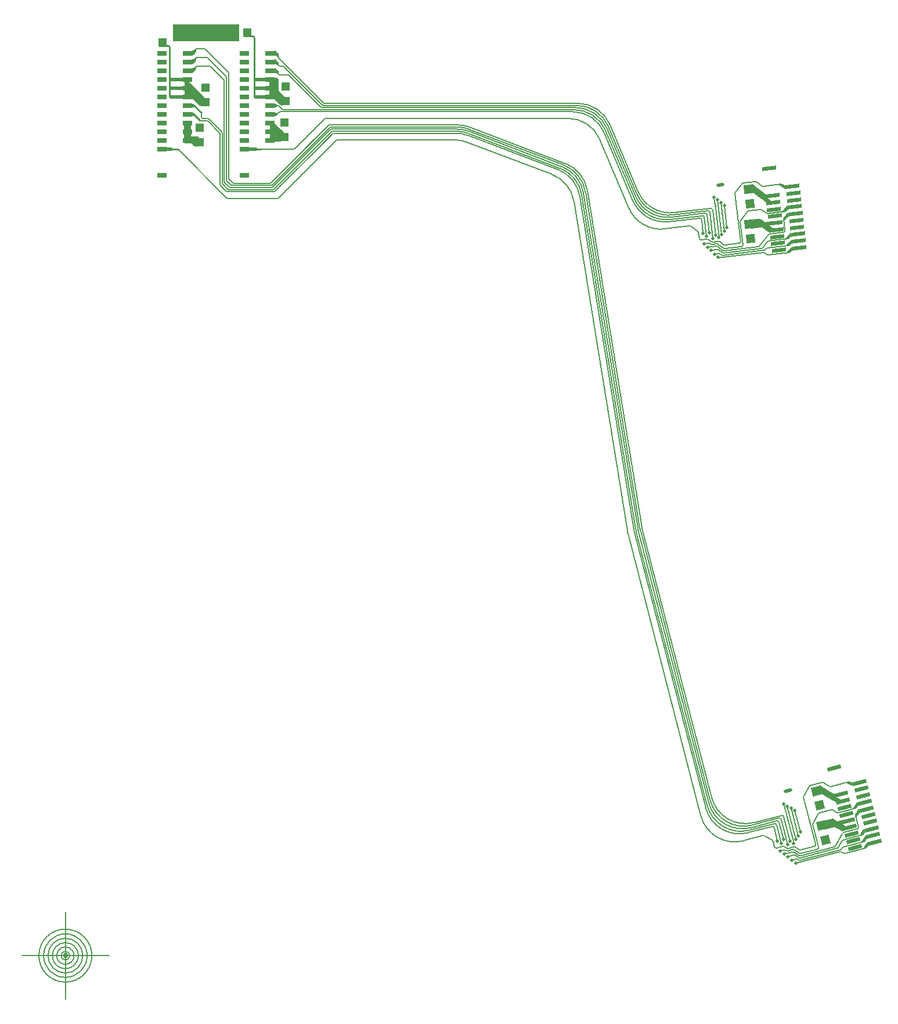
<source format=gbr>
*
G4_C Author: OrCAD GerbTool(tm) 8.1.1 Thu Jun 19 00:04:30 2003*
%LPD*%
%FSLAX34Y34*%
%MOIN*%
%AD*%
%AMD25R98*
20,1,0.025000,0.000000,-0.035000,0.000000,0.035000,98.600000*
%
%AMD10R98*
20,1,0.050000,-0.025000,0.000000,0.025000,0.000000,98.600000*
%
%AMD25R98N2*
20,1,0.025000,0.000000,-0.035000,0.000000,0.035000,98.600000*
%
%AMD10R98N2*
20,1,0.050000,-0.025000,0.000000,0.025000,0.000000,98.600000*
%
%AMD25R86*
20,1,0.025000,0.000000,-0.035000,0.000000,0.035000,86.080000*
%
%AMD10R86*
20,1,0.050000,-0.025000,0.000000,0.025000,0.000000,86.080000*
%
%AMD16R5*
20,1,0.025000,-0.035000,0.000000,0.035000,0.000000,5.450000*
%
%AMD10R5*
20,1,0.050000,-0.025000,0.000000,0.025000,0.000000,5.450000*
%
%AMD16R5N2*
20,1,0.025000,-0.035000,0.000000,0.035000,0.000000,5.450000*
%
%AMD10R5N2*
20,1,0.050000,-0.025000,0.000000,0.025000,0.000000,5.450000*
%
%AMD32R3*
20,1,0.025000,0.034920,-0.002390,-0.034920,0.002390,3.950000*
%
%AMD33R3*
20,1,0.050000,-0.001710,-0.024940,0.001710,0.024940,3.950000*
%
%AMD32R3N2*
20,1,0.025000,0.034920,-0.002390,-0.034920,0.002390,3.910000*
%
%AMD33R3N2*
20,1,0.050000,-0.001710,-0.024940,0.001710,0.024940,3.910000*
%
%AMD32R3N3*
20,1,0.025000,0.034920,-0.002390,-0.034920,0.002390,3.920000*
%
%AMD33R3N3*
20,1,0.050000,-0.001710,-0.024940,0.001710,0.024940,3.920000*
%
%AMD29R104*
20,1,0.022000,0.000000,-0.040000,0.000000,0.040000,104.500000*
%
%AMD54R104*
20,1,0.050000,-0.025000,0.000000,0.025000,0.000000,104.500000*
%
%AMD29R50*
20,1,0.022000,0.000000,-0.040000,0.000000,0.040000,50.800000*
%
%AMD54R50*
20,1,0.050000,-0.025000,0.000000,0.025000,0.000000,50.800000*
%
%AMD29R96*
20,1,0.022000,0.000000,-0.040000,0.000000,0.040000,96.600000*
%
%AMD54R96*
20,1,0.050000,-0.025000,0.000000,0.025000,0.000000,96.600000*
%
%AMD29R104N2*
20,1,0.022000,0.000000,-0.040000,0.000000,0.040000,104.500000*
%
%AMD54R104N2*
20,1,0.050000,-0.025000,0.000000,0.025000,0.000000,104.500000*
%
%AMD29R96N2*
20,1,0.022000,0.000000,-0.040000,0.000000,0.040000,96.600000*
%
%AMD54R96N2*
20,1,0.050000,-0.025000,0.000000,0.025000,0.000000,96.600000*
%
%ADD10R,0.050000X0.050000*%
%ADD11C,0.006000*%
%ADD12C,0.019000*%
%ADD13C,0.007900*%
%ADD14C,0.005000*%
%ADD15C,0.000800*%
%ADD16R,0.070000X0.025000*%
%ADD17R,0.068000X0.023000*%
%ADD18C,0.006000*%
%ADD19C,0.009800*%
%ADD20C,0.010000*%
%ADD21C,0.030000*%
%ADD22C,0.060000*%
%ADD23C,0.035000*%
%ADD24C,0.055000*%
%ADD25R,0.025000X0.070000*%
%ADD26C,0.010000*%
%ADD27R,0.029000X0.058000*%
%ADD28R,0.031000X0.060000*%
%ADD29R,0.022000X0.080000*%
%ADD30R,0.024000X0.082000*%
%ADD31D10R98N2*%
%ADD32D25R86*%
%ADD33D10R86*%
%ADD34D16R5*%
%ADD35D10R5*%
%ADD36D16R5N2*%
%ADD37D10R5N2*%
%ADD38D25R98N2*%
%ADD39D10R98N2*%
%ADD40D25R86*%
%ADD41D10R86*%
%ADD42D16R5*%
%ADD43D10R5*%
%ADD44D16R5N2*%
%ADD45D10R5N2*%
%ADD46D32R3*%
%ADD47D33R3*%
%ADD48R,0.070000X0.025000*%
%ADD49D33R3N2*%
%ADD50C,0.011000*%
%ADD51C,0.036000*%
%ADD52C,0.015000*%
%ADD53R,0.070000X0.025000*%
%ADD54R,0.050000X0.050000*%
%ADD55C,0.010000*%
%ADD56C,0.010000*%
%ADD57D29R104*%
%ADD58D54R104*%
%ADD59D29R50*%
%ADD60D54R50*%
%ADD61D29R96*%
%ADD62D54R96*%
%ADD63D29R104N2*%
%ADD64D54R104N2*%
%ADD65D29R96N2*%
%ADD66D54R96N2*%
%ADD256R,0.058000X0.029000*%
G4_C OrCAD GerbTool Tool List *
G4_D50 1 0.0110 T 0 0*
G4_D51 3 0.0360 T 0 0*
G4_D52 2 0.0150 T 0 0*
G54D14*
G1X-3881Y-5395D2*
G1X-3881Y-395D1*
G1X-6381Y-2895D2*
G1X-1381Y-2895D1*
G1X-3881Y-5395D2*
G1X-3881Y-395D1*
G1X-6381Y-2895D2*
G1X-1381Y-2895D1*
G1X-3881Y-3645D2*
G3X-3131Y-2895I0J750D1*
G1X-4631Y-2895D2*
G3X-3881Y-3645I750J0D1*
G1X-3881Y-2145D2*
G3X-4631Y-2895I0J750D1*
G1X-3131Y-2895D2*
G3X-3881Y-2145I750J0D1*
G1X-3881Y-3645D2*
G3X-3131Y-2895I0J750D1*
G1X-4631Y-2895D2*
G3X-3881Y-3645I750J0D1*
G1X-3881Y-2145D2*
G3X-4631Y-2895I0J750D1*
G1X-3131Y-2895D2*
G3X-3881Y-2145I750J0D1*
G1X-3881Y-3145D2*
G3X-3631Y-2895I0J250D1*
G1X-4131Y-2895D2*
G3X-3881Y-3145I250J0D1*
G1X-3881Y-2645D2*
G3X-4131Y-2895I0J250D1*
G1X-3631Y-2895D2*
G3X-3881Y-2645I250J0D1*
G1X-3881Y-3895D2*
G3X-2881Y-2895I0J1000D1*
G1X-4881Y-2895D2*
G3X-3881Y-3895I1000J0D1*
G1X-3881Y-1895D2*
G3X-4881Y-2895I0J1000D1*
G1X-2881Y-2895D2*
G3X-3881Y-1895I1000J0D1*
G1X-3881Y-4415D2*
G3X-2361Y-2895I0J1520D1*
G1X-5401Y-2895D2*
G3X-3881Y-4415I1520J0D1*
G1X-3881Y-1374D2*
G3X-5402Y-2895I0J1521D1*
G1X-2360Y-2895D2*
G3X-3881Y-1374I1521J0D1*
G1X-3881Y-3395D2*
G3X-3381Y-2895I0J500D1*
G1X-4381Y-2895D2*
G3X-3881Y-3395I500J0D1*
G1X-3881Y-2395D2*
G3X-4381Y-2895I0J500D1*
G1X-3381Y-2895D2*
G3X-3881Y-2395I500J0D1*
G1X-3881Y-3895D2*
G3X-2881Y-2895I0J1000D1*
G1X-4881Y-2895D2*
G3X-3881Y-3895I1000J0D1*
G1X-3881Y-1895D2*
G3X-4881Y-2895I0J1000D1*
G1X-2881Y-2895D2*
G3X-3881Y-1895I1000J0D1*
G1X-3881Y-3145D2*
G3X-3631Y-2895I0J250D1*
G1X-4131Y-2895D2*
G3X-3881Y-3145I250J0D1*
G1X-3881Y-2645D2*
G3X-4131Y-2895I0J250D1*
G1X-3631Y-2895D2*
G3X-3881Y-2645I250J0D1*
G1X-3881Y-4145D2*
G3X-2631Y-2895I0J1250D1*
G1X-5131Y-2895D2*
G3X-3881Y-4145I1250J0D1*
G1X-3881Y-1645D2*
G3X-5131Y-2895I0J1250D1*
G1X-2631Y-2895D2*
G3X-3881Y-1645I1250J0D1*
G1X-3881Y-4415D2*
G3X-2361Y-2895I0J1520D1*
G1X-5401Y-2895D2*
G3X-3881Y-4415I1520J0D1*
G1X-3881Y-1374D2*
G3X-5402Y-2895I0J1521D1*
G1X-2360Y-2895D2*
G3X-3881Y-1374I1521J0D1*
G1X-3881Y-3395D2*
G3X-3381Y-2895I0J500D1*
G1X-4381Y-2895D2*
G3X-3881Y-3395I500J0D1*
G1X-3881Y-2395D2*
G3X-4381Y-2895I0J500D1*
G1X-3381Y-2895D2*
G3X-3881Y-2395I500J0D1*
G1X-3881Y-4145D2*
G3X-2631Y-2895I0J1250D1*
G1X-5131Y-2895D2*
G3X-3881Y-4145I1250J0D1*
G1X-3881Y-1645D2*
G3X-5131Y-2895I0J1250D1*
G1X-2631Y-2895D2*
G3X-3881Y-1645I1250J0D1*
G54D21*
G1X-3881Y-2895D3*
G1X5858Y49867D2*
G54D10*
G1X2539Y49867D1*
G1X2539Y50324D2*
G1X5858Y50324D1*
G54D54*
G1X6561Y50099D3*
G1X7858Y45928D2*
G54D20*
G1X8107Y45927D1*
G1X7857Y45428D2*
G1X8107Y45428D1*
G1X7632Y45428D2*
G54D11*
G1X8245Y45428D1*
G75*
G3X8315Y45456I0J100D1*
G74*
G1X8963Y47657D2*
G75*
G3X8892Y47687I-71J-71D1*
G74*
G1X11387Y44402D2*
G1X9920Y42935D1*
G1X9284Y43457D2*
G75*
G2X9215Y43428I-71J71D1*
G74*
G1X8095Y45928D2*
G1X7632Y45928D1*
G1X8526Y46017D2*
G54D12*
G1X7918Y46625D1*
G1X8524Y46231D2*
G1X7916Y46838D1*
G1X8637Y46311D2*
G1X8029Y46919D1*
G1X7918Y46484D2*
G1X7918Y47344D1*
G1X8108Y46537D2*
G1X8107Y47397D1*
G1X8265Y46537D2*
G1X8265Y47397D1*
G1X7395Y46929D2*
G1X8255Y46929D1*
G1X8841Y46152D2*
G1X8233Y46761D1*
G1X8552Y44353D2*
G1X7944Y44961D1*
G1X8588Y44162D2*
G1X7980Y44770D1*
G1X7980Y43956D2*
G1X7979Y44816D1*
G1X8483Y44079D2*
G1X8133Y44079D1*
G1X8452Y44205D2*
G1X8102Y44205D1*
G1X8440Y44392D2*
G1X8090Y44392D1*
G1X8422Y44475D2*
G1X8072Y44476D1*
G1X7355Y43429D2*
G54D20*
G1X6958Y43429D1*
G1X7057Y43429D2*
G54D12*
G1X6508Y43429D1*
G1X11005Y46049D2*
G75*
G54D11*
G2X10935Y46078I0J100D1*
G74*
G1X10863Y45958D2*
G75*
G3X10933Y45929I71J71D1*
G74*
G1X10852Y45809D2*
G75*
G2X10782Y45838I0J100D1*
G74*
G1X10987Y45160D2*
G1X9284Y43457D1*
G1X11057Y45189D2*
G75*
G3X10987Y45160I0J-100D1*
G74*
G1X11228Y44780D2*
G1X9881Y43434D1*
G1X11298Y44809D2*
G75*
G3X11228Y44780I0J-100D1*
G74*
G1X11286Y44660D2*
G75*
G2X11356Y44689I71J-71D1*
G74*
G1X11413Y44569D2*
G75*
G3X11343Y44540I0J-100D1*
G74*
G1X11405Y44420D2*
G75*
G2X11475Y44449I71J-71D1*
G74*
G1X11480Y44300D2*
G1X10071Y42889D1*
G1X11551Y44329D2*
G75*
G3X11480Y44300I0J-100D1*
G74*
G1X11676Y43920D2*
G75*
G2X11746Y43949I71J-71D1*
G74*
G1X8180Y40999D2*
G1X11390Y44212D1*
G1X8110Y40970D2*
G75*
G3X8180Y40999I0J100D1*
G74*
G1X11405Y44420D2*
G1X8106Y41119D1*
G75*
G2X8036Y41090I-71J71D1*
G74*
G1X8043Y41239D2*
G1X11343Y44540D1*
G1X7973Y41210D2*
G75*
G3X8043Y41239I0J100D1*
G74*
G1X11286Y44660D2*
G1X7986Y41359D1*
G75*
G2X7916Y41330I-71J71D1*
G74*
G1X7928Y41479D2*
G1X11059Y44611D1*
G1X7858Y41450D2*
G75*
G3X7928Y41479I0J100D1*
G74*
G1X7674Y46427D2*
G54D12*
G1X7024Y46427D1*
G1X7672Y46928D2*
G1X7023Y46928D1*
G1X7674Y47427D2*
G1X7025Y47427D1*
G1X9215Y43428D2*
G54D11*
G1X7354Y43428D1*
G1X8375Y40619D2*
G1X11676Y43920D1*
G1X8305Y40590D2*
G75*
G3X8375Y40619I0J100D1*
G74*
G1X8315Y45456D2*
G1X8397Y45539D1*
G75*
G2X8468Y45569I71J-70D1*
G74*
G54D256*
G1X7866Y43926D3*
G1X7867Y44427D3*
G1X7865Y44927D3*
G1X7865Y45427D3*
G1X7866Y45926D3*
G1X7866Y46426D3*
G1X7866Y46926D3*
G1X7865Y47427D3*
G1X7865Y47927D3*
G1X7865Y48428D3*
G1X7866Y48928D3*
G1X6397Y48929D3*
G1X6396Y48429D3*
G1X6395Y47928D3*
G1X6395Y47429D3*
G1X6395Y46929D3*
G1X6395Y46428D3*
G1X6396Y45928D3*
G1X6396Y45429D3*
G1X6395Y44928D3*
G1X6396Y44429D3*
G1X6395Y43929D3*
G1X6396Y43429D3*
G1X6394Y41929D3*
G1X8209Y47823D2*
G54D11*
G1X8335Y47824D1*
G1X8149Y48034D2*
G1X8279Y47927D1*
G1X8202Y47884D2*
G1X8328Y47884D1*
G1X8109Y47823D2*
G1X8234Y47823D1*
G1X8205Y47851D2*
G1X8331Y47851D1*
G1X8204Y47882D2*
G1X8334Y47776D1*
G1X8206Y47874D2*
G1X8207Y47982D1*
G1X8154Y47928D2*
G1X8279Y47927D1*
G1X8245Y47928D2*
G75*
G2X8345Y47828I0J-100D1*
G74*
G1X8345Y47773D1*
G1X8279Y47927D2*
G1X8149Y47822D1*
G1X8279Y47927D2*
G1X8155Y47928D1*
G1X8345Y47787D2*
G1X8345Y47731D1*
G1X8368Y47709D2*
G1X8169Y47870D1*
G1X8430Y47687D2*
G75*
G2X8368Y47709I0J101D1*
G74*
G1X8148Y48535D2*
G1X8277Y48428D1*
G1X8147Y48322D1*
G1X8167Y48352D2*
G1X8168Y48506D1*
G1X8205Y48374D2*
G1X8204Y48483D1*
G1X8152Y48429D2*
G1X8277Y48428D1*
G1X8134Y48323D2*
G1X8259Y48324D1*
G1X8208Y48375D2*
G1X8207Y48483D1*
G1X8155Y48429D2*
G1X8280Y48429D1*
G1X8199Y48349D2*
G1X8325Y48349D1*
G1X8151Y48535D2*
G1X8280Y48429D1*
G1X8346Y48329D2*
G1X8346Y48274D1*
G1X8205Y48374D2*
G1X8334Y48269D1*
G1X8170Y48352D2*
G1X8171Y48505D1*
G1X8246Y48428D2*
G75*
G2X8346Y48329I0J-100D1*
G74*
G1X8195Y48384D2*
G1X8320Y48384D1*
G1X8278Y48429D2*
G1X8148Y48322D1*
G1X8347Y48285D2*
G1X8347Y48230D1*
G1X8213Y48402D2*
G1X8343Y48296D1*
G1X8187Y48357D2*
G1X8377Y48203D1*
G75*
G3X8441Y48180I63J79D1*
G74*
G1X8148Y49034D2*
G1X8278Y48928D1*
G1X8148Y48822D1*
G1X8206Y48874D2*
G1X8205Y48982D1*
G1X8154Y48928D2*
G1X8278Y48928D1*
G1X8149Y48823D2*
G1X8274Y48823D1*
G1X8210Y48875D2*
G1X8209Y48983D1*
G1X8188Y48882D2*
G1X8313Y48883D1*
G1X8192Y48844D2*
G1X8316Y48844D1*
G1X8345Y48772D2*
G1X8215Y48878D1*
G1X8247Y48929D2*
G75*
G2X8347Y48829I0J-100D1*
G74*
G1X8220Y48870D2*
G1X8348Y48741D1*
G1X8281Y48929D2*
G1X8151Y48823D1*
G1X8157Y48928D2*
G1X8281Y48929D1*
G1X8282Y48929D2*
G1X8152Y49034D1*
G1X8338Y48813D2*
G1X8208Y48919D1*
G1X8349Y48776D2*
G1X8348Y48721D1*
G1X8323Y48838D2*
G1X8194Y48944D1*
G1X8158Y48928D2*
G1X8282Y48929D1*
G1X10935Y46078D2*
G1X8376Y48636D1*
G1X8347Y48707D2*
G1X8347Y48829D1*
G1X8376Y48636D2*
G75*
G2X8347Y48707I71J71D1*
G74*
G1X8165Y48855D2*
G1X8165Y48978D1*
G1X8349Y48715D2*
G1X8170Y48860D1*
G1X10863Y45958D2*
G1X8671Y48151D1*
G1X8601Y48180D2*
G1X8441Y48180D1*
G1X8671Y48151D2*
G75*
G3X8601Y48180I-71J-71D1*
G74*
G1X10782Y45838D2*
G1X8962Y47658D1*
G1X8892Y47687D2*
G1X8430Y47687D1*
G1X8962Y47658D2*
G75*
G3X8892Y47687I-71J-71D1*
G74*
G1X8062Y47971D2*
G1X8188Y47971D1*
G1X8189Y45429D2*
G54D12*
G1X7839Y45429D1*
G1X8214Y45920D2*
G1X7864Y45920D1*
G1X8317Y45916D2*
G54D11*
G1X8192Y45916D1*
G1X8387Y45887D2*
G75*
G3X8317Y45916I-70J-71D1*
G74*
G1X8559Y45718D2*
G1X8387Y45887D1*
G1X8629Y45689D2*
G75*
G2X8559Y45718I0J100D1*
G74*
G1X7712Y43954D2*
G54D12*
G1X8472Y43954D1*
G1X7621Y46400D2*
G1X8391Y46400D1*
G1X8264Y47398D2*
G1X7748Y47398D1*
G54D54*
G1X8704Y44108D3*
G1X8703Y44948D3*
G1X8781Y46172D3*
G1X8780Y47012D3*
G1X2186Y43428D2*
G54D12*
G1X1636Y43428D1*
G54D54*
G1X1689Y49561D3*
G1X1494Y49363D2*
G54D19*
G1X2005Y49363D1*
G75*
G2X2105Y49263I0J-100D1*
G74*
G1X2105Y46426D1*
G1X2986Y45928D2*
G54D20*
G1X3237Y45928D1*
G1X2986Y45428D2*
G1X3236Y45428D1*
G1X2906Y47439D2*
G54D12*
G1X3990Y46354D1*
G1X3067Y46453D2*
G1X3067Y46912D1*
G1X3074Y46801D2*
G1X3073Y47260D1*
G1X3680Y43846D2*
G1X3004Y43847D1*
G1X3692Y44031D2*
G1X3017Y44031D1*
G1X5788Y41449D2*
G75*
G54D11*
G2X5718Y41478I0J100D1*
G74*
G1X5618Y41358D2*
G75*
G3X5689Y41329I71J71D1*
G74*
G1X5592Y41209D2*
G75*
G2X5522Y41238I0J100D1*
G74*
G1X5446Y41118D2*
G75*
G3X5516Y41089I71J71D1*
G74*
G1X5417Y40969D2*
G75*
G2X5347Y40998I0J100D1*
G74*
G1X5033Y41312D2*
G75*
G2X5004Y41382I71J71D1*
G74*
G1X5153Y41411D2*
G75*
G2X5124Y41481I71J71D1*
G74*
G1X5273Y41487D2*
G75*
G2X5244Y41557I71J71D1*
G74*
G1X5393Y41585D2*
G75*
G2X5364Y41655I71J71D1*
G74*
G1X5518Y41678D2*
G75*
G2X5489Y41748I71J71D1*
G74*
G1X5004Y44286D2*
G1X5004Y41382D1*
G1X4975Y44356D2*
G75*
G2X5004Y44286I-71J-71D1*
G74*
G1X5124Y41481D2*
G1X5124Y44336D1*
G75*
G3X5095Y44406I-100J0D1*
G74*
G1X4366Y45136D1*
G1X4295Y45165D2*
G75*
G2X4366Y45136I0J-100D1*
G74*
G1X5244Y41557D2*
G1X5244Y47332D1*
G75*
G3X5215Y47402I-100J0D1*
G74*
G1X5364Y47553D2*
G1X5364Y41655D1*
G1X5335Y47623D2*
G75*
G2X5364Y47553I-71J-71D1*
G74*
G1X5489Y41748D2*
G1X5489Y47785D1*
G75*
G3X5460Y47855I-100J0D1*
G74*
G1X5215Y47402D2*
G1X4463Y48154D1*
G75*
G3X4393Y48183I-71J-71D1*
G74*
G1X4302Y48654D2*
G1X5335Y47623D1*
G1X4232Y48683D2*
G75*
G2X4302Y48654I0J-100D1*
G74*
G1X5460Y47855D2*
G1X4156Y49159D1*
G75*
G3X4086Y49188I-71J-71D1*
G74*
G1X2086Y43427D2*
G54D20*
G1X2583Y43427D1*
G1X5453Y40589D2*
G75*
G54D11*
G2X5383Y40618I0J100D1*
G74*
G54D256*
G1X3127Y43924D3*
G1X3128Y44425D3*
G1X3126Y44925D3*
G1X3126Y45425D3*
G1X3127Y45924D3*
G1X3127Y46424D3*
G1X3127Y46924D3*
G1X3126Y47425D3*
G1X1657Y48927D3*
G1X1656Y48427D3*
G1X1655Y47926D3*
G1X1655Y47427D3*
G1X1655Y46927D3*
G1X1655Y46426D3*
G1X1656Y45926D3*
G1X1656Y45427D3*
G1X1655Y44926D3*
G1X1656Y44427D3*
G1X1655Y43927D3*
G1X1656Y43427D3*
G1X1655Y41926D3*
G1X3392Y48823D2*
G54D11*
G1X3522Y48929D1*
G1X3393Y49035D1*
G1X3412Y49006D2*
G1X3412Y48852D1*
G1X3450Y48982D2*
G1X3449Y48875D1*
G1X3397Y48929D2*
G1X3522Y48929D1*
G1X3391Y48323D2*
G1X3522Y48429D1*
G1X3391Y48534D1*
G1X3411Y48506D2*
G1X3412Y48351D1*
G1X3449Y48483D2*
G1X3448Y48375D1*
G1X3396Y48429D2*
G1X3522Y48429D1*
G1X3393Y49034D2*
G1X3518Y49034D1*
G1X3394Y49017D2*
G1X3395Y48862D1*
G1X3454Y48982D2*
G1X3453Y48873D1*
G1X3432Y48974D2*
G1X3557Y48974D1*
G1X3435Y49013D2*
G1X3561Y49013D1*
G1X3589Y49085D2*
G1X3460Y48979D1*
G1X3592Y49028D2*
G1X3592Y49087D1*
G1X3491Y48928D2*
G75*
G3X3592Y49028I0J100D1*
G74*
G1X3464Y48986D2*
G1X3593Y49116D1*
G1X3525Y48928D2*
G1X3395Y49034D1*
G1X3400Y48928D2*
G1X3525Y48928D1*
G1X3526Y48928D2*
G1X3396Y48821D1*
G1X3416Y49005D2*
G1X3416Y48851D1*
G1X3583Y49044D2*
G1X3453Y48938D1*
G1X3592Y49080D2*
G1X3592Y49136D1*
G1X3567Y49019D2*
G1X3437Y48912D1*
G1X3378Y48534D2*
G1X3503Y48534D1*
G1X3452Y48482D2*
G1X3451Y48375D1*
G1X3399Y48429D2*
G1X3524Y48429D1*
G1X3443Y48509D2*
G1X3568Y48508D1*
G1X3394Y48518D2*
G1X3395Y48364D1*
G1X3394Y48323D2*
G1X3524Y48429D1*
G1X3590Y48529D2*
G1X3590Y48584D1*
G1X3449Y48483D2*
G1X3579Y48588D1*
G1X3414Y48506D2*
G1X3415Y48352D1*
G1X3490Y48429D2*
G75*
G3X3590Y48529I0J100D1*
G74*
G1X3439Y48474D2*
G1X3565Y48474D1*
G1X3523Y48429D2*
G1X3392Y48534D1*
G1X3591Y48573D2*
G1X3591Y48628D1*
G1X3458Y48456D2*
G1X3588Y48562D1*
G1X3431Y48501D2*
G1X3561Y48607D1*
G1X3401Y48928D2*
G1X3526Y48928D1*
G1X3454Y48034D2*
G1X3580Y48034D1*
G1X3395Y47824D2*
G1X3525Y47930D1*
G1X3414Y48007D2*
G1X3415Y47852D1*
G1X3447Y47974D2*
G1X3573Y47974D1*
G1X3354Y48035D2*
G1X3479Y48035D1*
G1X3450Y48007D2*
G1X3576Y48007D1*
G1X3449Y47976D2*
G1X3579Y48082D1*
G1X3452Y47984D2*
G1X3451Y47876D1*
G1X3399Y47930D2*
G1X3525Y47930D1*
G1X3491Y47930D2*
G75*
G3X3590Y48030I0J100D1*
G74*
G1X3590Y48085D1*
G1X3525Y47930D2*
G1X3394Y48035D1*
G1X3525Y47930D2*
G1X3399Y47930D1*
G1X3589Y48071D2*
G1X3589Y48126D1*
G54D256*
G1X3126Y47925D3*
G1X3126Y48426D3*
G1X3126Y48926D3*
G1X3414Y47988D2*
G54D11*
G1X3625Y48161D1*
G1X3689Y48183D2*
G1X4393Y48183D1*
G1X3625Y48161D2*
G75*
G2X3689Y48183I63J-78D1*
G74*
G1X3490Y48548D2*
G1X3630Y48661D1*
G1X3693Y48683D2*
G1X4232Y48683D1*
G1X3630Y48661D2*
G75*
G2X3693Y48683I63J-78D1*
G74*
G1X3446Y49019D2*
G1X3625Y49166D1*
G1X3689Y49188D2*
G1X4086Y49188D1*
G1X3625Y49166D2*
G75*
G2X3689Y49188I63J-78D1*
G74*
G1X2955Y46927D2*
G54D12*
G1X2151Y46927D1*
G1X2955Y46426D2*
G1X2151Y46426D1*
G1X2955Y47427D2*
G1X2151Y47427D1*
G1X3706Y46374D2*
G1X3031Y46374D1*
G1X3747Y46559D2*
G1X3072Y46559D1*
G1X4975Y44356D2*
G54D11*
G1X4318Y45013D1*
G75*
G3X4248Y45042I-71J-71D1*
G74*
G1X3086Y45428D2*
G54D12*
G1X3466Y45428D1*
G1X3466Y45928D2*
G1X3086Y45928D1*
G1X3493Y45928D2*
G54D19*
G1X3917Y45504D1*
G1X4248Y45042D2*
G54D11*
G1X3912Y45042D1*
G1X3842Y45071D2*
G54D19*
G1X3486Y45427D1*
G1X3912Y45042D2*
G75*
G54D11*
G2X3842Y45071I0J100D1*
G74*
G1X4295Y45165D2*
G1X4031Y45165D1*
G1X3931Y45265D2*
G1X3931Y45502D1*
G1X4031Y45165D2*
G75*
G2X3931Y45265I0J100D1*
G74*
G54D54*
G1X3839Y43818D3*
G1X3838Y44658D3*
G1X4158Y46122D3*
G1X4157Y46962D3*
G1X3902Y46374D2*
G54D12*
G1X3227Y46374D1*
G1X3626Y46705D2*
G1X3076Y46705D1*
G1X3430Y46444D2*
G1X3908Y45967D1*
G1X3497Y46590D2*
G1X3974Y46113D1*
G1X3016Y43889D2*
G1X3016Y44888D1*
G1X3126Y43926D2*
G1X3126Y44888D1*
G1X3243Y43849D2*
G1X3243Y44888D1*
G1X3112Y44140D2*
G1X3589Y43663D1*
G1X7858Y41450D2*
G54D11*
G1X5787Y41450D1*
G1X5717Y41479D2*
G1X5518Y41678D1*
G1X5787Y41450D2*
G75*
G2X5717Y41479I0J100D1*
G74*
G1X7916Y41330D2*
G1X5687Y41330D1*
G1X5616Y41360D2*
G1X5393Y41585D1*
G1X5687Y41330D2*
G75*
G2X5616Y41360I0J100D1*
G74*
G1X7973Y41210D2*
G1X5591Y41210D1*
G1X5521Y41239D2*
G1X5273Y41487D1*
G1X5591Y41210D2*
G75*
G2X5521Y41239I0J100D1*
G74*
G1X8036Y41090D2*
G1X5515Y41090D1*
G1X5445Y41119D2*
G1X5153Y41411D1*
G1X5515Y41090D2*
G75*
G2X5445Y41119I0J100D1*
G74*
G1X8110Y40970D2*
G1X5416Y40970D1*
G1X5346Y40999D2*
G1X5033Y41312D1*
G1X5416Y40970D2*
G75*
G2X5346Y40999I0J100D1*
G74*
G1X8305Y40590D2*
G1X5452Y40590D1*
G1X5382Y40619D2*
G1X2603Y43399D1*
G1X5452Y40590D2*
G75*
G2X5382Y40619I0J100D1*
G74*
G1X6976Y46428D2*
G54D19*
G1X6976Y49798D1*
G1X6876Y49898D2*
G1X6362Y49898D1*
G1X6976Y49798D2*
G75*
G3X6876Y49898I-100J0D1*
G74*
G1X11005Y46049D2*
G54D11*
G1X25543Y46049D1*
G1X25543Y46049D2*
G75*
G2X27386Y44827I0J-2003D1*
G74*
G1X25464Y45929D2*
G1X10933Y45929D1*
G1X27306Y44707D2*
G75*
G3X25464Y45929I-1842J-778D1*
G74*
G1X10852Y45809D2*
G1X25384Y45809D1*
G1X25384Y45809D2*
G75*
G2X27226Y44587I0J-2003D1*
G74*
G1X25304Y45689D2*
G1X8629Y45689D1*
G1X27147Y44467D2*
G75*
G3X25304Y45689I-1842J-778D1*
G74*
G1X8468Y45569D2*
G1X25225Y45569D1*
G1X25225Y45569D2*
G75*
G2X27067Y44347I0J-2003D1*
G74*
G1X24973Y45189D2*
G1X11057Y45189D1*
G1X26815Y43967D2*
G75*
G3X24973Y45189I-1842J-778D1*
G74*
G1X11298Y44809D2*
G1X18626Y44809D1*
G1X18626Y44809D2*
G75*
G2X19336Y44678I0J-1965D1*
G74*
G1X18604Y44689D2*
G1X11356Y44689D1*
G1X19314Y44558D2*
G75*
G3X18604Y44689I-710J-1871D1*
G74*
G1X11413Y44569D2*
G1X18582Y44569D1*
G1X18582Y44569D2*
G75*
G2X19292Y44438I0J-1965D1*
G74*
G1X18559Y44449D2*
G1X11475Y44449D1*
G1X19270Y44318D2*
G75*
G3X18559Y44449I-710J-1870D1*
G74*
G1X11551Y44329D2*
G1X18538Y44329D1*
G1X18538Y44329D2*
G75*
G2X19248Y44198I0J-1965D1*
G74*
G1X18468Y43949D2*
G1X11746Y43949D1*
G1X19178Y43818D2*
G75*
G3X18468Y43949I-710J-1871D1*
G74*
G1X19178Y43818D2*
G1X24060Y41964D1*
G1X24060Y41964D2*
G75*
G2X25324Y40414I-710J-1869D1*
G74*
G1X24400Y42241D2*
G1X19248Y44198D1*
G1X25664Y40691D2*
G75*
G3X24400Y42241I-1989J-322D1*
G74*
G1X19270Y44318D2*
G1X24507Y42329D1*
G1X24507Y42329D2*
G75*
G2X25771Y40779I-710J-1869D1*
G74*
G1X24614Y42416D2*
G1X19292Y44438D1*
G1X25879Y40867D2*
G75*
G3X24614Y42416I-1989J-322D1*
G74*
G1X19314Y44558D2*
G1X24722Y42504D1*
G1X24722Y42504D2*
G75*
G2X25986Y40954I-710J-1869D1*
G74*
G1X24829Y42591D2*
G1X19336Y44678D1*
G1X26093Y41042D2*
G75*
G3X24829Y42591I-1989J-322D1*
G74*
G1X29228Y21686D2*
G1X26093Y41042D1*
G1X29266Y21505D2*
G75*
G2X29228Y21686I1937J500D1*
G74*
G1X25986Y40954D2*
G1X29111Y21662D1*
G1X29111Y21662D2*
G75*
G3X29149Y21481I1995J323D1*
G74*
G1X28993Y21636D2*
G1X25879Y40867D1*
G1X29031Y21455D2*
G75*
G2X28993Y21636I1936J500D1*
G74*
G1X25771Y40779D2*
G1X28876Y21610D1*
G1X28876Y21610D2*
G75*
G3X28914Y21429I1995J323D1*
G74*
G1X28758Y21587D2*
G1X25664Y40691D1*
G1X28796Y21406D2*
G75*
G2X28758Y21587I1936J500D1*
G74*
G1X25324Y40414D2*
G1X28385Y21511D1*
G1X28385Y21511D2*
G75*
G3X28423Y21330I1995J323D1*
G74*
G1X36816Y4448D2*
G75*
G3X36694Y4519I-97J-25D1*
G74*
G54D12*
G1X37610Y3474D3*
G1X38046Y2480D2*
G54D11*
G1X38059Y2430D1*
G1X36278Y3987D2*
G75*
G3X36202Y3998I-51J-87D1*
G74*
G1X36710Y3733D2*
G1X36278Y3987D1*
G1X36756Y3672D2*
G75*
G3X36710Y3733I-97J-25D1*
G74*
G54D12*
G1X38059Y2429D3*
G1X40196Y6310D2*
G1X39835Y6523D1*
G1X39906Y6485D2*
G1X39545Y6698D1*
G1X39784Y6560D2*
G1X39422Y6773D1*
G1X39877Y6316D2*
G1X39515Y6530D1*
G1X40201Y6126D2*
G1X39839Y6340D1*
G1X40535Y6002D2*
G1X40173Y6216D1*
G1X40475Y5966D2*
G1X40113Y6179D1*
G1X40842Y4465D2*
G1X40480Y4678D1*
G1X40767Y4426D2*
G1X40405Y4639D1*
G1X40778Y4435D2*
G1X40417Y4648D1*
G1X40515Y4581D2*
G1X40153Y4794D1*
G1X40902Y2970D2*
G75*
G54D11*
G2X40826Y2980I-25J97D1*
G74*
G1X40807Y3762D2*
G75*
G3X40745Y3716I25J-97D1*
G74*
G1X40747Y4121D2*
G75*
G2X40809Y4167I87J-51D1*
G74*
G1X40507Y5313D2*
G1X41196Y5492D1*
G1X40431Y5324D2*
G75*
G3X40507Y5313I51J87D1*
G74*
G1X40809Y4167D2*
G1X41580Y4367D1*
G75*
G3X41652Y4489I-25J97D1*
G74*
G1X40055Y6823D2*
G75*
G2X39978Y6834I-25J97D1*
G74*
G1X39454Y5320D2*
G1X40099Y5487D1*
G1X40175Y5475D2*
G1X40431Y5324D1*
G1X40099Y5487D2*
G75*
G2X40175Y5475I25J-96D1*
G74*
G1X39978Y6834D2*
G1X39639Y7034D1*
G75*
G3X39563Y7045I-51J-87D1*
G74*
G1X39302Y3218D2*
G75*
G3X39374Y3340I-25J97D1*
G74*
G1X39378Y5270D2*
G75*
G2X39439Y5316I86J-50D1*
G74*
G1X39374Y3340D2*
G1X39040Y4633D1*
G1X39050Y4708D2*
G1X39378Y5270D1*
G1X39040Y4633D2*
G75*
G2X39050Y4708I97J25D1*
G74*
G1X40077Y4846D2*
G54D12*
G1X39671Y4741D1*
G1X40517Y4657D2*
G1X40155Y4870D1*
G1X39980Y4724D2*
G1X39573Y4619D1*
G1X40824Y4786D2*
G1X40418Y4681D1*
G1X37364Y5819D2*
G54D11*
G1X37490Y5334D1*
G1X37791Y5567D2*
G1X37916Y5083D1*
G1X37453Y5481D2*
G1X37949Y3561D1*
G1X37792Y5569D2*
G1X38200Y3988D1*
G54D12*
G1X38325Y4202D3*
G1X38199Y3988D3*
G1X38074Y3775D3*
G1X37948Y3562D3*
G1X37365Y5819D3*
G1X37579Y5693D3*
G1X37792Y5568D3*
G1X38005Y5442D3*
G1X38004Y5442D2*
G54D11*
G1X38325Y4202D1*
G1X36956Y4608D2*
G75*
G3X36834Y4679I-97J-25D1*
G74*
G1X37096Y4768D2*
G75*
G3X36974Y4840I-97J-25D1*
G74*
G1X37234Y4929D2*
G75*
G3X37112Y5000I-97J-25D1*
G74*
G1X37374Y5088D2*
G75*
G3X37252Y5159I-97J-25D1*
G74*
G1X37579Y5693D2*
G1X38075Y3774D1*
G54D12*
G1X37227Y3557D3*
G1X37227Y3557D2*
G54D11*
G1X36956Y4608D1*
G1X37377Y3367D2*
G75*
G3X37301Y3377I-51J-87D1*
G74*
G1X36958Y3288D1*
G1X36836Y3360D2*
G1X36756Y3672D1*
G1X36958Y3288D2*
G75*
G2X36836Y3360I-25J97D1*
G74*
G54D12*
G1X37014Y3684D3*
G1X37014Y3684D2*
G54D11*
G1X36816Y4448D1*
G1X37610Y3474D2*
G1X37234Y4929D1*
G1X37735Y3688D2*
G1X37373Y5087D1*
G54D12*
G1X37735Y3688D3*
G1X37095Y4768D2*
G54D11*
G1X37353Y3771D1*
G54D12*
G1X37353Y3771D3*
G1X38344Y3184D2*
G75*
G54D11*
G2X38268Y3194I-25J97D1*
G74*
G1X39302Y3218D2*
G1X38375Y2978D1*
G75*
G2X38299Y2988I-25J97D1*
G74*
G1X38268Y3194D2*
G1X38023Y3339D1*
G75*
G3X37947Y3350I-51J-87D1*
G74*
G54D12*
G1X37605Y2788D3*
G1X37947Y3350D2*
G54D11*
G1X37610Y3263D1*
G1X37534Y3274D2*
G1X37377Y3367D1*
G1X37610Y3263D2*
G75*
G2X37534Y3274I-25J97D1*
G74*
G54D12*
G1X37387Y2932D3*
G1X38351Y2849D2*
G75*
G54D11*
G2X38275Y2859I-25J97D1*
G74*
G1X37954Y3049D1*
G75*
G3X37879Y3059I-51J-87D1*
G74*
G1X38295Y2586D2*
G75*
G2X38218Y2597I-25J97D1*
G74*
G1X37879Y3059D2*
G1X37387Y2932D1*
G1X38299Y2988D2*
G1X37962Y3186D1*
G75*
G3X37887Y3198I-51J-87D1*
G74*
G1X37844Y2561D2*
G1X37839Y2583D1*
G54D12*
G1X37839Y2583D3*
G1X38218Y2597D2*
G54D11*
G1X38157Y2635D1*
G1X38080Y2646D2*
G1X37847Y2585D1*
G1X38157Y2635D2*
G75*
G3X38080Y2646I-52J-86D1*
G74*
G54D12*
G1X37163Y3098D3*
G1X37887Y3198D2*
G54D11*
G1X37602Y3124D1*
G75*
G2X37525Y3135I-25J97D1*
G74*
G1X37164Y3099D2*
G1X37419Y3165D1*
G1X37496Y3154D2*
G1X37525Y3135D1*
G1X37419Y3165D2*
G75*
G2X37496Y3154I25J-98D1*
G74*
G1X38332Y2719D2*
G75*
G2X38256Y2729I-25J97D1*
G74*
G1X38024Y2867D1*
G1X37948Y2877D2*
G1X37605Y2788D1*
G1X38024Y2867D2*
G75*
G3X37948Y2877I-51J-87D1*
G74*
G1X38351Y2849D2*
G1X40256Y3342D1*
G1X40316Y3387D2*
G1X40747Y4121D1*
G1X40256Y3342D2*
G75*
G3X40316Y3387I-25J97D1*
G74*
G1X40745Y3716D2*
G1X40508Y3312D1*
G1X40448Y3266D2*
G1X38332Y2719D1*
G1X40508Y3312D2*
G75*
G2X40448Y3266I-87J51D1*
G74*
G1X40826Y2980D2*
G1X40702Y3054D1*
G1X40626Y3064D2*
G1X38066Y2402D1*
G1X40702Y3054D2*
G75*
G3X40626Y3064I-51J-87D1*
G74*
G1X40789Y3352D2*
G75*
G3X40729Y3308I25J-98D1*
G74*
G1X40683Y3232D1*
G1X40622Y3187D2*
G1X38295Y2586D1*
G1X40683Y3232D2*
G75*
G2X40622Y3187I-86J52D1*
G74*
G1X39134Y3388D2*
G1X38344Y3184D1*
G1X39206Y3510D2*
G75*
G2X39134Y3388I-97J-25D1*
G74*
G1X39206Y3510D2*
G1X38510Y6202D1*
G75*
G2X38521Y6277I97J25D1*
G74*
G54D63*
G1X42614Y3621D3*
G1X42515Y4003D3*
G1X42417Y4384D3*
G1X42318Y4764D3*
G1X42219Y5146D3*
G1X42121Y5526D3*
G1X42022Y5908D3*
G1X41924Y6289D3*
G1X41825Y6671D3*
G1X41727Y7051D3*
G1X41451Y3320D3*
G1X41352Y3702D3*
G1X41254Y4082D3*
G1X41155Y4464D3*
G1X41057Y4845D3*
G1X40958Y5225D3*
G1X40860Y5607D3*
G1X40761Y5988D3*
G1X40662Y6370D3*
G1X40269Y7893D3*
G1X41270Y7021D2*
G54D11*
G1X41149Y6989D1*
G1X41120Y7014D2*
G1X41272Y6944D1*
G1X41140Y6993D2*
G1X41293Y6923D1*
G1X41115Y6996D2*
G1X41100Y7054D1*
G1X41248Y6988D2*
G1X41092Y7081D1*
G1X41139Y7079D2*
G1X41192Y7054D1*
G1X41072Y7084D2*
G75*
G2X41139Y7079I25J-98D1*
G74*
G1X41141Y7078D2*
G1X41257Y7025D1*
G1X41074Y7085D2*
G75*
G2X41141Y7078I25J-97D1*
G74*
G1X41040Y7075D2*
G1X41192Y7005D1*
G1X41032Y7069D2*
G1X41183Y7004D1*
G1X41340Y7034D2*
G1X41219Y7002D1*
G1X41206Y6943D2*
G1X41359Y6873D1*
G1X41319Y6913D2*
G1X41301Y6984D1*
G1X41111Y6986D2*
G1X41264Y6916D1*
G1X40971Y7051D2*
G1X41123Y6981D1*
G1X41607Y5711D2*
G1X41486Y5680D1*
G1X41473Y5645D2*
G1X41572Y5780D1*
G1X41481Y5673D2*
G1X41580Y5808D1*
G1X41460Y5658D2*
G1X41475Y5600D1*
G1X41573Y5729D2*
G1X41481Y5572D1*
G1X41521Y5597D2*
G1X41555Y5644D1*
G1X41465Y5560D2*
G75*
G3X41521Y5597I-25J98D1*
G74*
G1X41523Y5599D2*
G1X41598Y5702D1*
G1X41467Y5560D2*
G75*
G3X41523Y5599I-25J97D1*
G74*
G1X41433Y5553D2*
G1X41532Y5688D1*
G1X41423Y5553D2*
G1X41524Y5683D1*
G1X41675Y5734D2*
G1X41554Y5703D1*
G1X41514Y5748D2*
G1X41613Y5883D1*
G1X41599Y5830D2*
G1X41618Y5759D1*
G1X41453Y5665D2*
G1X41552Y5801D1*
G1X41361Y5540D2*
G1X41461Y5676D1*
G1X41706Y5330D2*
G1X41585Y5299D1*
G1X41571Y5263D2*
G1X41671Y5398D1*
G1X41580Y5291D2*
G1X41679Y5426D1*
G1X41559Y5276D2*
G1X41574Y5218D1*
G1X41671Y5348D2*
G1X41580Y5191D1*
G1X41620Y5216D2*
G1X41654Y5263D1*
G1X41622Y5217D2*
G1X41697Y5320D1*
G1X41531Y5171D2*
G1X41630Y5306D1*
G1X41522Y5172D2*
G1X41623Y5301D1*
G1X41773Y5353D2*
G1X41652Y5321D1*
G1X41613Y5367D2*
G1X41712Y5502D1*
G1X41697Y5449D2*
G1X41716Y5377D1*
G1X41551Y5284D2*
G1X41650Y5419D1*
G1X42002Y4188D2*
G1X41881Y4157D1*
G1X41868Y4121D2*
G1X41967Y4256D1*
G1X41876Y4149D2*
G1X41975Y4284D1*
G1X41855Y4134D2*
G1X41870Y4076D1*
G1X41968Y4206D2*
G1X41876Y4049D1*
G1X41916Y4074D2*
G1X41951Y4121D1*
G1X41860Y4036D2*
G75*
G3X41916Y4074I-25J98D1*
G74*
G1X41918Y4075D2*
G1X41993Y4178D1*
G1X41862Y4037D2*
G75*
G3X41918Y4075I-25J97D1*
G74*
G1X41828Y4029D2*
G1X41927Y4164D1*
G1X41818Y4031D2*
G1X41919Y4160D1*
G1X42071Y4211D2*
G1X41950Y4179D1*
G1X41909Y4225D2*
G1X42009Y4360D1*
G1X41994Y4307D2*
G1X42013Y4235D1*
G1X41848Y4142D2*
G1X41947Y4277D1*
G1X41756Y4017D2*
G1X41856Y4152D1*
G1X42102Y3809D2*
G1X41980Y3777D1*
G1X41967Y3742D2*
G1X42066Y3877D1*
G1X41975Y3770D2*
G1X42075Y3905D1*
G1X41954Y3755D2*
G1X41969Y3697D1*
G1X42067Y3827D2*
G1X41975Y3670D1*
G1X42015Y3694D2*
G1X42050Y3741D1*
G1X41959Y3657D2*
G75*
G3X42015Y3694I-25J98D1*
G74*
G1X42017Y3696D2*
G1X42093Y3799D1*
G1X41961Y3658D2*
G75*
G3X42017Y3696I-25J97D1*
G74*
G1X41927Y3650D2*
G1X42026Y3785D1*
G1X41917Y3650D2*
G1X42018Y3780D1*
G1X42169Y3831D2*
G1X42048Y3800D1*
G1X42007Y3845D2*
G1X42107Y3980D1*
G1X42093Y3927D2*
G1X42111Y3855D1*
G1X41946Y3761D2*
G1X42046Y3896D1*
G1X41855Y3636D2*
G1X41954Y3772D1*
G1X42200Y3425D2*
G1X42079Y3394D1*
G1X42065Y3358D2*
G1X42164Y3493D1*
G1X42073Y3386D2*
G1X42173Y3521D1*
G1X42052Y3371D2*
G1X42067Y3313D1*
G1X42165Y3443D2*
G1X42073Y3286D1*
G1X42114Y3311D2*
G1X42148Y3358D1*
G1X42057Y3273D2*
G75*
G3X42114Y3311I-25J98D1*
G74*
G1X42115Y3312D2*
G1X42191Y3415D1*
G1X42059Y3274D2*
G75*
G3X42115Y3312I-25J97D1*
G74*
G1X42025Y3266D2*
G1X42124Y3401D1*
G1X42015Y3268D2*
G1X42116Y3397D1*
G1X42267Y3448D2*
G1X42146Y3416D1*
G1X42107Y3462D2*
G1X42206Y3597D1*
G1X42191Y3543D2*
G1X42209Y3472D1*
G1X42045Y3379D2*
G1X42145Y3514D1*
G1X41954Y3254D2*
G1X42053Y3389D1*
G1X42079Y3274D2*
G1X40902Y2970D1*
G1X41979Y3660D2*
G1X40789Y3352D1*
G1X41881Y4040D2*
G1X40807Y3762D1*
G1X41486Y5566D2*
G1X40806Y5391D1*
G1X41652Y4489D2*
G1X41485Y5133D1*
G1X41502Y5216D2*
G1X41558Y5294D1*
G1X41485Y5133D2*
G75*
G2X41502Y5216I96J25D1*
G74*
G1X41541Y5107D2*
G1X41640Y5242D1*
G1X41510Y5065D2*
G1X41610Y5200D1*
G1X41509Y5106D2*
G1X41608Y5241D1*
G1X41091Y7091D2*
G1X40055Y6823D1*
G1X40829Y4802D2*
G54D12*
G1X40423Y4697D1*
G1X40117Y4540D2*
G1X39711Y4435D1*
G1X40390Y4611D2*
G1X39984Y4506D1*
G1X40174Y4704D2*
G1X39767Y4598D1*
G1X40260Y4627D2*
G1X40773Y4349D1*
G54D64*
G1X39752Y3754D3*
G1X39541Y4567D3*
G1X39434Y5736D3*
G1X39223Y6549D3*
G1X39801Y6462D2*
G54D12*
G1X39439Y6675D1*
G1X38521Y6277D2*
G54D11*
G1X38844Y6829D1*
G1X38905Y6875D2*
G1X39563Y7045D1*
G1X38844Y6829D2*
G75*
G2X38905Y6875I87J-51D1*
G74*
G1X37755Y6601D2*
G54D12*
G1X37481Y6530D1*
G1X32649Y39368D2*
G75*
G54D11*
G3X32538Y39456I-99J-12D1*
G74*
G54D12*
G1X33301Y38295D3*
G1X33596Y37250D2*
G54D11*
G1X33602Y37198D1*
G1X32053Y38986D2*
G75*
G3X31979Y39007I-62J-79D1*
G74*
G1X32445Y38675D2*
G1X32053Y38986D1*
G1X32482Y38608D2*
G75*
G3X32445Y38675I-99J-12D1*
G74*
G54D12*
G1X33603Y37197D3*
G1X36253Y40748D2*
G1X35924Y41009D1*
G1X35990Y40962D2*
G1X35661Y41222D1*
G1X35879Y41052D2*
G1X35549Y41313D1*
G1X35937Y40798D2*
G1X35608Y41059D1*
G1X36232Y40566D2*
G1X35903Y40827D1*
G1X36546Y40397D2*
G1X36217Y40658D1*
G1X36481Y40369D2*
G1X36152Y40630D1*
G1X36639Y38832D2*
G1X36310Y39093D1*
G1X36560Y38804D2*
G1X36230Y39065D1*
G1X36572Y38811D2*
G1X36243Y39072D1*
G1X36330Y38992D2*
G1X36001Y39253D1*
G1X36493Y37342D2*
G75*
G54D11*
G2X36419Y37363I-12J99D1*
G74*
G1X36507Y38140D2*
G75*
G3X36440Y38103I11J-99D1*
G74*
G1X36497Y38505D2*
G75*
G2X36565Y38542I79J-62D1*
G74*
G1X36423Y39718D2*
G1X37131Y39800D1*
G1X36350Y39739D2*
G75*
G3X36423Y39718I62J79D1*
G74*
G1X36565Y38542D2*
G1X37356Y38633D1*
G75*
G3X37444Y38744I-12J99D1*
G74*
G1X36183Y41276D2*
G75*
G2X36109Y41297I-12J99D1*
G74*
G1X35381Y39869D2*
G1X36043Y39946D1*
G1X36117Y39924D2*
G1X36350Y39739D1*
G1X36043Y39946D2*
G75*
G2X36117Y39924I11J-98D1*
G74*
G1X36109Y41297D2*
G1X35800Y41542D1*
G75*
G3X35727Y41563I-62J-79D1*
G74*
G1X34942Y37808D2*
G75*
G3X35030Y37919I-12J99D1*
G74*
G1X35299Y39831D2*
G75*
G2X35366Y39868I79J-61D1*
G74*
G1X35030Y37919D2*
G1X34876Y39246D1*
G1X34897Y39319D2*
G1X35299Y39831D1*
G1X34876Y39246D2*
G75*
G2X34897Y39319I99J11D1*
G74*
G1X35934Y39314D2*
G54D12*
G1X35516Y39266D1*
G1X36343Y39067D2*
G1X36014Y39327D1*
G1X35820Y39207D2*
G1X35403Y39159D1*
G1X36665Y39152D2*
G1X36248Y39104D1*
G1X33380Y40651D2*
G54D11*
G1X33438Y40154D1*
G1X33768Y40343D2*
G1X33826Y39846D1*
G1X33421Y40304D2*
G1X33649Y38334D1*
G1X33769Y40344D2*
G1X33957Y38722D1*
G54D12*
G1X34109Y38917D3*
G1X33956Y38723D3*
G1X33802Y38529D3*
G1X33648Y38335D3*
G1X33381Y40651D3*
G1X33575Y40497D3*
G1X33769Y40343D3*
G1X33963Y40189D3*
G1X33962Y40189D2*
G54D11*
G1X34109Y38917D1*
G1X32809Y39507D2*
G75*
G3X32698Y39595I-99J-12D1*
G74*
G1X32970Y39647D2*
G75*
G3X32859Y39735I-99J-12D1*
G74*
G1X33129Y39787D2*
G75*
G3X33018Y39875I-99J-12D1*
G74*
G1X33289Y39925D2*
G75*
G3X33178Y40013I-99J-12D1*
G74*
G1X33575Y40497D2*
G1X33803Y38528D1*
G54D12*
G1X32933Y38429D3*
G1X32933Y38429D2*
G54D11*
G1X32809Y39507D1*
G1X33055Y38220D2*
G75*
G3X32981Y38241I-62J-79D1*
G74*
G1X32630Y38200D1*
G1X32519Y38288D2*
G1X32482Y38608D1*
G1X32630Y38200D2*
G75*
G2X32519Y38288I-12J99D1*
G74*
G54D12*
G1X32739Y38584D3*
G1X32739Y38584D2*
G54D11*
G1X32649Y39368D1*
G1X33301Y38295D2*
G1X33129Y39787D1*
G1X33454Y38490D2*
G1X33288Y39925D1*
G54D12*
G1X33454Y38490D3*
G1X32969Y39647D2*
G54D11*
G1X33087Y38624D1*
G54D12*
G1X33087Y38624D3*
G1X33989Y37906D2*
G75*
G54D11*
G2X33915Y37927I-12J99D1*
G74*
G1X34942Y37808D2*
G1X33991Y37698D1*
G75*
G2X33917Y37719I-12J99D1*
G74*
G1X33915Y37927D2*
G1X33692Y38104D1*
G75*
G3X33618Y38125I-62J-79D1*
G74*
G54D12*
G1X33202Y37616D3*
G1X33618Y38125D2*
G54D11*
G1X33272Y38085D1*
G1X33198Y38107D2*
G1X33055Y38220D1*
G1X33272Y38085D2*
G75*
G2X33198Y38107I-12J99D1*
G74*
G54D12*
G1X33006Y37789D3*
G1X33950Y37574D2*
G75*
G54D11*
G2X33876Y37594I-12J99D1*
G74*
G1X33583Y37826D1*
G75*
G3X33510Y37847I-62J-79D1*
G74*
G1X33858Y37320D2*
G75*
G2X33783Y37342I-12J99D1*
G74*
G1X33510Y37847D2*
G1X33006Y37789D1*
G1X33917Y37719D2*
G1X33611Y37961D1*
G75*
G3X33538Y37983I-62J-79D1*
G74*
G1X33408Y37358D2*
G1X33405Y37381D1*
G54D12*
G1X33405Y37381D3*
G1X33783Y37342D2*
G54D11*
G1X33727Y37388D1*
G1X33652Y37409D2*
G1X33414Y37382D1*
G1X33727Y37388D2*
G75*
G3X33652Y37409I-64J-78D1*
G74*
G54D12*
G1X32807Y37983D3*
G1X33538Y37983D2*
G54D11*
G1X33245Y37949D1*
G75*
G2X33171Y37971I-12J99D1*
G74*
G1X32808Y37984D2*
G1X33069Y38014D1*
G1X33144Y37993D2*
G1X33171Y37971D1*
G1X33069Y38014D2*
G75*
G2X33144Y37993I12J-100D1*
G74*
G1X33913Y37448D2*
G75*
G2X33839Y37468I-12J99D1*
G74*
G1X33628Y37636D1*
G1X33554Y37657D2*
G1X33202Y37616D1*
G1X33628Y37636D2*
G75*
G3X33554Y37657I-62J-79D1*
G74*
G1X33950Y37574D2*
G1X35904Y37800D1*
G1X35970Y37837D2*
G1X36497Y38505D1*
G1X35904Y37800D2*
G75*
G3X35970Y37837I-12J99D1*
G74*
G1X36440Y38103D2*
G1X36150Y37736D1*
G1X36083Y37699D2*
G1X33913Y37448D1*
G1X36150Y37736D2*
G75*
G2X36083Y37699I-79J62D1*
G74*
G1X36419Y37363D2*
G1X36306Y37454D1*
G1X36232Y37474D2*
G1X33606Y37170D1*
G1X36306Y37454D2*
G75*
G3X36232Y37474I-62J-79D1*
G74*
G1X36433Y37737D2*
G75*
G3X36368Y37701I12J-100D1*
G74*
G1X36311Y37632D1*
G1X36245Y37597D2*
G1X33858Y37320D1*
G1X36311Y37632D2*
G75*
G2X36245Y37597I-78J64D1*
G74*
G1X34799Y38000D2*
G1X33989Y37906D1*
G1X34887Y38111D2*
G75*
G2X34799Y38000I-99J-11D1*
G74*
G1X34887Y38111D2*
G1X34568Y40872D1*
G75*
G2X34588Y40945I99J12D1*
G74*
G54D65*
G1X38278Y37752D3*
G1X38232Y38145D3*
G1X38187Y38535D3*
G1X38142Y38925D3*
G1X38097Y39317D3*
G1X38052Y39707D3*
G1X38006Y40099D3*
G1X37961Y40490D3*
G1X37916Y40881D3*
G1X37871Y41272D3*
G1X37085Y37614D3*
G1X37039Y38006D3*
G1X36994Y38396D3*
G1X36949Y38787D3*
G1X36904Y39179D3*
G1X36859Y39569D3*
G1X36813Y39961D3*
G1X36768Y40352D3*
G1X36723Y40743D3*
G1X36542Y42306D3*
G1X37414Y41304D2*
G54D11*
G1X37290Y41290D1*
G1X37264Y41318D2*
G1X37405Y41228D1*
G1X37282Y41295D2*
G1X37423Y41205D1*
G1X37257Y41301D2*
G1X37250Y41361D1*
G1X37388Y41275D2*
G1X37246Y41389D1*
G1X37292Y41380D2*
G1X37341Y41348D1*
G1X37226Y41395D2*
G75*
G2X37292Y41380I12J-100D1*
G74*
G1X37294Y41379D2*
G1X37402Y41310D1*
G1X37228Y41395D2*
G75*
G2X37294Y41379I12J-99D1*
G74*
G1X37193Y41390D2*
G1X37335Y41299D1*
G1X37185Y41385D2*
G1X37326Y41300D1*
G1X37485Y41308D2*
G1X37361Y41293D1*
G1X37340Y41237D2*
G1X37481Y41146D1*
G1X37448Y41191D2*
G1X37440Y41264D1*
G1X37252Y41292D2*
G1X37393Y41201D1*
G1X37122Y41375D2*
G1X37263Y41285D1*
G1X37568Y39961D2*
G1X37444Y39947D1*
G1X37426Y39914D2*
G1X37543Y40034D1*
G1X37438Y39940D2*
G1X37555Y40060D1*
G1X37415Y39928D2*
G1X37422Y39869D1*
G1X37536Y39984D2*
G1X37424Y39841D1*
G1X37467Y39860D2*
G1X37508Y39902D1*
G1X37406Y39831D2*
G75*
G3X37467Y39860I-12J100D1*
G74*
G1X37469Y39861D2*
G1X37558Y39953D1*
G1X37408Y39831D2*
G75*
G3X37469Y39861I-12J99D1*
G74*
G1X37373Y39828D2*
G1X37490Y39948D1*
G1X37364Y39830D2*
G1X37482Y39944D1*
G1X37638Y39974D2*
G1X37514Y39960D1*
G1X37481Y40011D2*
G1X37598Y40131D1*
G1X37577Y40080D2*
G1X37585Y40007D1*
G1X37409Y39937D2*
G1X37526Y40057D1*
G1X37301Y39826D2*
G1X37418Y39946D1*
G1X37613Y39570D2*
G1X37489Y39556D1*
G1X37471Y39522D2*
G1X37588Y39642D1*
G1X37483Y39549D2*
G1X37600Y39669D1*
G1X37460Y39537D2*
G1X37467Y39477D1*
G1X37582Y39592D2*
G1X37469Y39450D1*
G1X37512Y39469D2*
G1X37553Y39511D1*
G1X37514Y39470D2*
G1X37603Y39562D1*
G1X37418Y39437D2*
G1X37535Y39557D1*
G1X37409Y39439D2*
G1X37527Y39553D1*
G1X37683Y39583D2*
G1X37559Y39569D1*
G1X37526Y39619D2*
G1X37643Y39739D1*
G1X37621Y39689D2*
G1X37629Y39615D1*
G1X37453Y39545D2*
G1X37570Y39666D1*
G1X37750Y38398D2*
G1X37626Y38383D1*
G1X37608Y38350D2*
G1X37725Y38470D1*
G1X37620Y38377D2*
G1X37737Y38497D1*
G1X37597Y38365D2*
G1X37604Y38305D1*
G1X37718Y38420D2*
G1X37606Y38277D1*
G1X37649Y38297D2*
G1X37689Y38339D1*
G1X37588Y38267D2*
G75*
G3X37649Y38297I-12J100D1*
G74*
G1X37651Y38298D2*
G1X37740Y38390D1*
G1X37590Y38268D2*
G75*
G3X37651Y38298I-12J99D1*
G74*
G1X37555Y38265D2*
G1X37672Y38385D1*
G1X37546Y38268D2*
G1X37663Y38382D1*
G1X37821Y38411D2*
G1X37697Y38397D1*
G1X37663Y38447D2*
G1X37780Y38567D1*
G1X37758Y38517D2*
G1X37767Y38443D1*
G1X37591Y38373D2*
G1X37708Y38494D1*
G1X37483Y38262D2*
G1X37600Y38382D1*
G1X37796Y38009D2*
G1X37672Y37994D1*
G1X37654Y37961D2*
G1X37771Y38081D1*
G1X37666Y37987D2*
G1X37783Y38108D1*
G1X37643Y37976D2*
G1X37650Y37916D1*
G1X37764Y38031D2*
G1X37652Y37888D1*
G1X37695Y37907D2*
G1X37736Y37949D1*
G1X37634Y37878D2*
G75*
G3X37695Y37907I-12J100D1*
G74*
G1X37697Y37909D2*
G1X37786Y38000D1*
G1X37636Y37878D2*
G75*
G3X37697Y37909I-11J99D1*
G74*
G1X37601Y37875D2*
G1X37718Y37996D1*
G1X37592Y37877D2*
G1X37709Y37992D1*
G1X37866Y38022D2*
G1X37742Y38007D1*
G1X37708Y38058D2*
G1X37825Y38178D1*
G1X37803Y38127D2*
G1X37812Y38054D1*
G1X37636Y37983D2*
G1X37753Y38103D1*
G1X37528Y37872D2*
G1X37645Y37992D1*
G1X37841Y37615D2*
G1X37716Y37601D1*
G1X37698Y37567D2*
G1X37815Y37688D1*
G1X37710Y37594D2*
G1X37827Y37714D1*
G1X37687Y37582D2*
G1X37694Y37523D1*
G1X37809Y37638D2*
G1X37696Y37495D1*
G1X37740Y37514D2*
G1X37780Y37556D1*
G1X37679Y37485D2*
G75*
G3X37740Y37514I-12J100D1*
G74*
G1X37741Y37515D2*
G1X37830Y37607D1*
G1X37681Y37485D2*
G75*
G3X37741Y37515I-12J99D1*
G74*
G1X37646Y37482D2*
G1X37763Y37602D1*
G1X37636Y37485D2*
G1X37754Y37599D1*
G1X37911Y37628D2*
G1X37786Y37614D1*
G1X37753Y37664D2*
G1X37870Y37785D1*
G1X37848Y37734D2*
G1X37857Y37660D1*
G1X37681Y37591D2*
G1X37798Y37711D1*
G1X37573Y37479D2*
G1X37690Y37600D1*
G1X37700Y37482D2*
G1X36493Y37342D1*
G1X37654Y37878D2*
G1X36433Y37737D1*
G1X37609Y38268D2*
G1X36507Y38140D1*
G1X37428Y39834D2*
G1X36730Y39754D1*
G1X37444Y38744D2*
G1X37368Y39405D1*
G1X37396Y39485D2*
G1X37462Y39554D1*
G1X37368Y39405D2*
G75*
G2X37396Y39485I98J11D1*
G74*
G1X37419Y39371D2*
G1X37536Y39491D1*
G1X37383Y39334D2*
G1X37500Y39454D1*
G1X37387Y39375D2*
G1X37504Y39495D1*
G1X37247Y41399D2*
G1X36183Y41276D1*
G1X36672Y39167D2*
G54D12*
G1X36255Y39119D1*
G1X35931Y39006D2*
G1X35514Y38958D1*
G1X36211Y39038D2*
G1X35794Y38990D1*
G1X36010Y39160D2*
G1X35593Y39112D1*
G1X36085Y39072D2*
G1X36554Y38727D1*
G54D66*
G1X35462Y38277D3*
G1X35364Y39111D3*
G1X35419Y40284D3*
G1X35321Y41119D3*
G1X35882Y40953D2*
G54D12*
G1X35553Y41214D1*
G1X34588Y40945D2*
G54D11*
G1X34985Y41448D1*
G1X35051Y41485D2*
G1X35727Y41563D1*
G1X34985Y41448D2*
G75*
G2X35051Y41485I79J-62D1*
G74*
G1X33874Y41372D2*
G54D12*
G1X33593Y41340D1*
G1X33178Y40013D2*
G54D11*
G1X31083Y39771D1*
G1X29011Y40979D2*
G1X27386Y44827D1*
G1X31083Y39771D2*
G75*
G2X29011Y40979I-230J1990D1*
G74*
G1X27306Y44707D2*
G1X28935Y40851D1*
G1X31007Y39642D2*
G1X33018Y39875D1*
G1X28935Y40851D2*
G75*
G3X31007Y39642I1851J782D1*
G74*
G1X32859Y39735D2*
G1X30932Y39512D1*
G1X28860Y40720D2*
G1X27226Y44587D1*
G1X30932Y39512D2*
G75*
G2X28860Y40720I-230J1989D1*
G74*
G1X27147Y44467D2*
G1X28784Y40591D1*
G1X30856Y39382D2*
G1X32698Y39595D1*
G1X28784Y40591D2*
G75*
G3X30856Y39382I1851J782D1*
G74*
G1X32538Y39456D2*
G1X30781Y39253D1*
G1X28709Y40461D2*
G1X27067Y44347D1*
G1X30781Y39253D2*
G75*
G2X28709Y40461I-230J1989D1*
G74*
G1X26815Y43967D2*
G1X28470Y40049D1*
G1X30542Y38840D2*
G1X31979Y39007D1*
G1X28470Y40049D2*
G75*
G3X30542Y38840I1851J782D1*
G74*
G1X37252Y5159D2*
G1X35665Y4749D1*
G1X33228Y6185D2*
G1X29266Y21505D1*
G1X35665Y4749D2*
G75*
G2X33228Y6185I-500J1935D1*
G74*
G1X29149Y21481D2*
G1X33142Y6039D1*
G1X35579Y4604D2*
G1X37112Y5000D1*
G1X33142Y6039D2*
G75*
G3X35579Y4604I1938J501D1*
G74*
G1X36974Y4840D2*
G1X35494Y4457D1*
G1X33056Y5892D2*
G1X29031Y21455D1*
G1X35494Y4457D2*
G75*
G2X33056Y5892I-500J1935D1*
G74*
G1X28914Y21429D2*
G1X32970Y5746D1*
G1X35407Y4311D2*
G1X36834Y4679D1*
G1X32970Y5746D2*
G75*
G3X35407Y4311I1938J501D1*
G74*
G1X36694Y4519D2*
G1X35322Y4164D1*
G1X32885Y5600D2*
G1X28796Y21406D1*
G1X35322Y4164D2*
G75*
G2X32885Y5600I-500J1935D1*
G74*
G1X28423Y21330D2*
G1X32611Y5135D1*
G1X35049Y3699D2*
G1X36202Y3998D1*
G1X32611Y5135D2*
G75*
G3X35049Y3699I1938J501D1*
M2*

</source>
